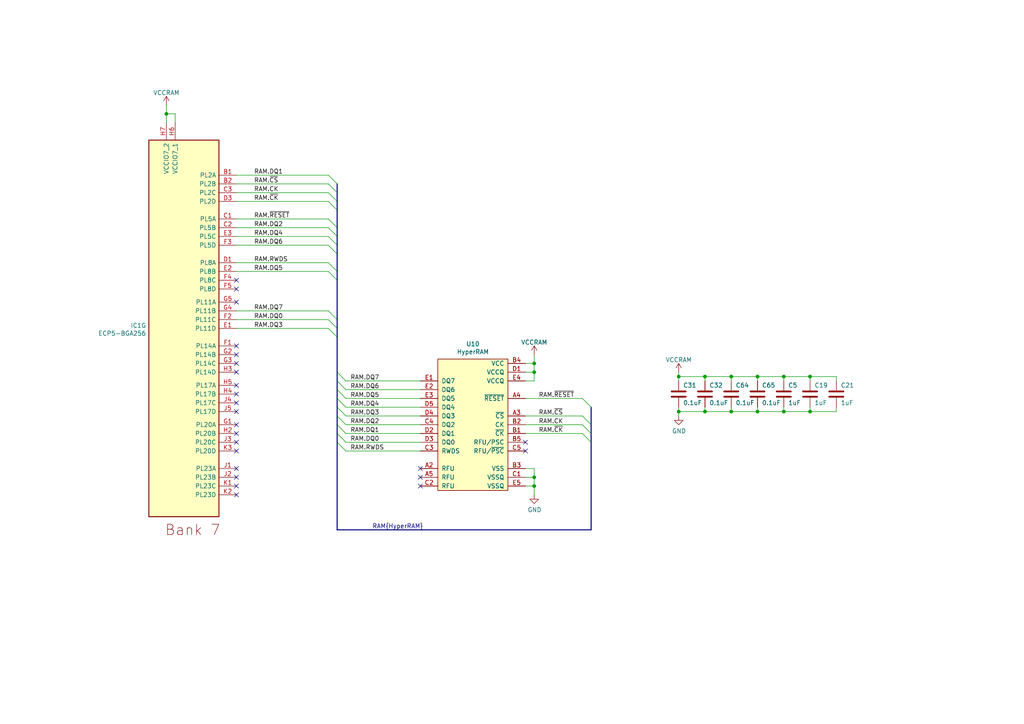
<source format=kicad_sch>
(kicad_sch (version 20211123) (generator eeschema)
  (paper "A4")
  (title_block (title "Cynthion") (date "${DATE}") (rev "${VERSION}") (company "Copyright 2019-2023 Great Scott Gadgets") (comment 1 "Licensed under the CERN-OHL-P v2"))
  (lib_symbols
    (symbol "Device:C" (pin_numbers hide) (pin_names (offset 0.254))
      (property "Reference" "C" (at 0.635 2.54 0))
      (property "Value" "C" (at 0.635 -2.54 0))
      (symbol "C_0_1"
        (polyline (pts (xy -2.032 -0.762) (xy 2.032 -0.762)) (stroke (width 0.508)))
        (polyline (pts (xy -2.032 0.762) (xy 2.032 0.762)) (stroke (width 0.508)))
      )
      (symbol "C_1_1"
        (pin passive line (at 0 3.81 270) (length 2.794) (name "~") (number "1"))
        (pin passive line (at 0 -3.81 90) (length 2.794) (name "~") (number "2"))
      )
    )
    (symbol "fpgas_and_processors:ECP5-BGA256" (pin_names (offset 0.762))
      (property "Reference" "IC" (at -2.54 1.27 0))
      (property "Value" "ECP5-BGA256" (at 10.16 1.27 0))
      (symbol "ECP5-BGA256_1_0"
        (rectangle (start 5.08 0) (end 33.02 -71.12) (stroke (width 0.3048)) (fill (type background)))
      )
      (symbol "ECP5-BGA256_1_1"
        (text "FPGA Supplies" (at 19.05 -76.2 0) (effects (font (size 2.9972 2.9972))))
        (pin power_in line (at 38.1 -2.54 180) (length 5.08) (name "GND_1") (number "A1"))
        (pin power_in line (at 38.1 -5.08 180) (length 5.08) (name "GND_2") (number "A16"))
        (pin power_in line (at 38.1 -10.16 180) (length 5.08) (name "GND_4") (number "D15"))
        (pin power_in line (at 38.1 -7.62 180) (length 5.08) (name "GND_3") (number "D2"))
        (pin power_in line (at 38.1 -12.7 180) (length 5.08) (name "GND_5") (number "F8"))
        (pin power_in line (at 38.1 -15.24 180) (length 5.08) (name "GND_6") (number "F9"))
        (pin power_in line (at 38.1 -20.32 180) (length 5.08) (name "GND_8") (number "G10"))
        (pin power_in line (at 0 -66.04 0) (length 5.08) (name "VCCAUX_1") (number "G11"))
        (pin power_in line (at 0 -2.54 0) (length 5.08) (name "VCC_1") (number "G6"))
        (pin power_in line (at 0 -5.08 0) (length 5.08) (name "VCC_2") (number "G7"))
        (pin power_in line (at 38.1 -17.78 180) (length 5.08) (name "GND_7") (number "G8"))
        (pin power_in line (at 0 -7.62 0) (length 5.08) (name "VCC_3") (number "G9"))
        (pin power_in line (at 38.1 -22.86 180) (length 5.08) (name "GND_9") (number "H1"))
        (pin power_in line (at 38.1 -30.48 180) (length 5.08) (name "GND_12") (number "H10"))
        (pin power_in line (at 38.1 -33.02 180) (length 5.08) (name "GND_13") (number "H16"))
        (pin power_in line (at 38.1 -25.4 180) (length 5.08) (name "GND_10") (number "H8"))
        (pin power_in line (at 38.1 -27.94 180) (length 5.08) (name "GND_11") (number "H9"))
        (pin power_in line (at 38.1 -40.64 180) (length 5.08) (name "GND_16") (number "J10"))
        (pin power_in line (at 38.1 -35.56 180) (length 5.08) (name "GND_14") (number "J8"))
        (pin power_in line (at 38.1 -38.1 180) (length 5.08) (name "GND_15") (number "J9"))
        (pin power_in line (at 38.1 -53.34 180) (length 5.08) (name "GND_21") (number "K10"))
        (pin power_in line (at 38.1 -43.18 180) (length 5.08) (name "GND_17") (number "K6"))
        (pin power_in line (at 38.1 -45.72 180) (length 5.08) (name "GND_18") (number "K7"))
        (pin power_in line (at 38.1 -48.26 180) (length 5.08) (name "GND_19") (number "K8"))
        (pin power_in line (at 38.1 -50.8 180) (length 5.08) (name "GND_20") (number "K9"))
        (pin power_in line (at 0 -15.24 0) (length 5.08) (name "VCC_6") (number "L10"))
        (pin power_in line (at 0 -68.58 0) (length 5.08) (name "VCCAUX_2") (number "L7"))
        (pin power_in line (at 0 -10.16 0) (length 5.08) (name "VCC_4") (number "L8"))
        (pin power_in line (at 0 -12.7 0) (length 5.08) (name "VCC_5") (number "L9"))
        (pin power_in line (at 38.1 -58.42 180) (length 5.08) (name "GND_23") (number "N15"))
        (pin power_in line (at 38.1 -55.88 180) (length 5.08) (name "GND_22") (number "N2"))
        (pin power_in line (at 38.1 -60.96 180) (length 5.08) (name "GND_24") (number "T1"))
        (pin power_in line (at 38.1 -66.04 180) (length 5.08) (name "GND_26") (number "T12"))
        (pin power_in line (at 38.1 -68.58 180) (length 5.08) (name "GND_27") (number "T16"))
        (pin power_in line (at 38.1 -63.5 180) (length 5.08) (name "GND_25") (number "T5"))
      )
      (symbol "ECP5-BGA256_2_1"
        (rectangle (start 0 0) (end 19.05 -74.93) (stroke (width 0.3048)) (fill (type background)))
        (text "Bank 0" (at 10.16 -78.74 0) (effects (font (size 2.9972 2.9972))))
        (pin bidirectional line (at 24.13 -11.43 180) (length 5.08) (name "PT4A") (number "A2"))
        (pin bidirectional line (at 24.13 -16.51 180) (length 5.08) (name "PT6A") (number "A3"))
        (pin bidirectional line (at 24.13 -19.05 180) (length 5.08) (name "PT6B") (number "A4"))
        (pin bidirectional line (at 24.13 -43.18 180) (length 5.08) (name "PT18A") (number "A5"))
        (pin bidirectional line (at 24.13 -45.72 180) (length 5.08) (name "PT18B") (number "A6"))
        (pin bidirectional line (at 24.13 -68.58 180) (length 5.08) (name "PT29A") (number "A7"))
        (pin bidirectional line (at 24.13 -71.12 180) (length 5.08) (name "PT29B") (number "A8"))
        (pin bidirectional line (at 24.13 -13.97 180) (length 5.08) (name "PT4B") (number "B3"))
        (pin bidirectional line (at 24.13 -29.21 180) (length 5.08) (name "PT11B") (number "B4"))
        (pin bidirectional line (at 24.13 -39.37 180) (length 5.08) (name "PT15B") (number "B5"))
        (pin bidirectional line (at 24.13 -55.88 180) (length 5.08) (name "PT22B") (number "B6"))
        (pin bidirectional line (at 24.13 -66.04 180) (length 5.08) (name "PT27B") (number "B7"))
        (pin bidirectional line (at 24.13 -26.67 180) (length 5.08) (name "PT11A") (number "C4"))
        (pin bidirectional line (at 24.13 -36.83 180) (length 5.08) (name "PT15A") (number "C5"))
        (pin bidirectional line (at 24.13 -53.34 180) (length 5.08) (name "PT22A") (number "C6"))
        (pin bidirectional line (at 24.13 -63.5 180) (length 5.08) (name "PT27A") (number "C7"))
        (pin bidirectional line (at 24.13 -24.13 180) (length 5.08) (name "PT9B") (number "D4"))
        (pin bidirectional line (at 24.13 -34.29 180) (length 5.08) (name "PT13B") (number "D5"))
        (pin bidirectional line (at 24.13 -50.8 180) (length 5.08) (name "PT20B") (number "D6"))
        (pin bidirectional line (at 24.13 -60.96 180) (length 5.08) (name "PT24B") (number "D7"))
        (pin bidirectional line (at 24.13 -21.59 180) (length 5.08) (name "PT9A") (number "E4"))
        (pin bidirectional line (at 24.13 -31.75 180) (length 5.08) (name "PT13A") (number "E5"))
        (pin bidirectional line (at 24.13 -48.26 180) (length 5.08) (name "PT20A") (number "E6"))
        (pin bidirectional line (at 24.13 -58.42 180) (length 5.08) (name "PT24A") (number "E7"))
        (pin power_in line (at 7.62 5.08 270) (length 5.08) (name "VCCIO0_1") (number "F6"))
        (pin power_in line (at 5.08 5.08 270) (length 5.08) (name "VCCIO0_2") (number "F7"))
      )
      (symbol "ECP5-BGA256_3_0"
        (rectangle (start 0 0) (end 21.59 -93.98) (stroke (width 0.3048)) (fill (type background)))
      )
      (symbol "ECP5-BGA256_3_1"
        (text "Bank 1" (at 8.89 -96.52 0) (effects (font (size 2.9972 2.9972))))
        (pin bidirectional line (at 26.67 -34.29 180) (length 5.08) (name "PT42B") (number "A10"))
        (pin bidirectional line (at 26.67 -57.15 180) (length 5.08) (name "PT53A") (number "A11"))
        (pin bidirectional line (at 26.67 -59.69 180) (length 5.08) (name "PT53B") (number "A12"))
        (pin bidirectional line (at 26.67 -82.55 180) (length 5.08) (name "PT65A") (number "A13"))
        (pin bidirectional line (at 26.67 -85.09 180) (length 5.08) (name "PT65B") (number "A14"))
        (pin bidirectional line (at 26.67 -90.17 180) (length 5.08) (name "PT67B") (number "A15"))
        (pin bidirectional line (at 26.67 -31.75 180) (length 5.08) (name "PT42A") (number "A9"))
        (pin bidirectional line (at 26.67 -36.83 180) (length 5.08) (name "PT44A") (number "B10"))
        (pin bidirectional line (at 26.67 -46.99 180) (length 5.08) (name "PT49A") (number "B11"))
        (pin bidirectional line (at 26.67 -62.23 180) (length 5.08) (name "PT56A") (number "B12"))
        (pin bidirectional line (at 26.67 -72.39 180) (length 5.08) (name "PT60A") (number "B13"))
        (pin bidirectional line (at 26.67 -87.63 180) (length 5.08) (name "PT67A") (number "B14"))
        (pin bidirectional line (at 26.67 -19.05 180) (length 5.08) (name "PT35B") (number "B8"))
        (pin bidirectional line (at 26.67 -21.59 180) (length 5.08) (name "PT38A") (number "B9"))
        (pin bidirectional line (at 26.67 -39.37 180) (length 5.08) (name "PT44B") (number "C10"))
        (pin bidirectional line (at 26.67 -49.53 180) (length 5.08) (name "PT49B") (number "C11"))
        (pin bidirectional line (at 26.67 -64.77 180) (length 5.08) (name "PT56B") (number "C12"))
        (pin bidirectional line (at 26.67 -74.93 180) (length 5.08) (name "PT60B") (number "C13"))
        (pin bidirectional line (at 26.67 -16.51 180) (length 5.08) (name "PT35A") (number "C8"))
        (pin bidirectional line (at 26.67 -24.13 180) (length 5.08) (name "PT38B") (number "C9"))
        (pin bidirectional line (at 26.67 -41.91 180) (length 5.08) (name "PT47A") (number "D10"))
        (pin bidirectional line (at 26.67 -52.07 180) (length 5.08) (name "PT51A") (number "D11"))
        (pin bidirectional line (at 26.67 -67.31 180) (length 5.08) (name "PT58A") (number "D12"))
        (pin bidirectional line (at 26.67 -77.47 180) (length 5.08) (name "PT62A") (number "D13"))
        (pin bidirectional line (at 26.67 -13.97 180) (length 5.08) (name "PT33B") (number "D8"))
        (pin bidirectional line (at 26.67 -26.67 180) (length 5.08) (name "PT40A") (number "D9"))
        (pin bidirectional line (at 26.67 -44.45 180) (length 5.08) (name "PT47B") (number "E10"))
        (pin bidirectional line (at 26.67 -54.61 180) (length 5.08) (name "PT51B") (number "E11"))
        (pin bidirectional line (at 26.67 -69.85 180) (length 5.08) (name "PT58B") (number "E12"))
        (pin bidirectional line (at 26.67 -80.01 180) (length 5.08) (name "PT62B") (number "E13"))
        (pin bidirectional line (at 26.67 -11.43 180) (length 5.08) (name "PT33A") (number "E8"))
        (pin bidirectional line (at 26.67 -29.21 180) (length 5.08) (name "PT40B") (number "E9"))
        (pin power_in line (at 6.35 5.08 270) (length 5.08) (name "VCCIO1_1") (number "F10"))
        (pin power_in line (at 3.81 5.08 270) (length 5.08) (name "VCCIO1_2") (number "F11"))
      )
      (symbol "ECP5-BGA256_4_1"
        (rectangle (start 0 0) (end 19.05 -93.98) (stroke (width 0.3048)) (fill (type background)))
        (text "Bank 2" (at 10.16 -97.79 0) (effects (font (size 2.9972 2.9972))))
        (pin bidirectional line (at 24.13 -13.97 180) (length 5.08) (name "PR2B") (number "B15"))
        (pin bidirectional line (at 24.13 -11.43 180) (length 5.08) (name "PR2A") (number "B16"))
        (pin bidirectional line (at 24.13 -16.51 180) (length 5.08) (name "PR2C") (number "C14"))
        (pin bidirectional line (at 24.13 -24.13 180) (length 5.08) (name "PR5B") (number "C15"))
        (pin bidirectional line (at 24.13 -21.59 180) (length 5.08) (name "PR5A") (number "C16"))
        (pin bidirectional line (at 24.13 -19.05 180) (length 5.08) (name "PR2D") (number "D14"))
        (pin bidirectional line (at 24.13 -31.75 180) (length 5.08) (name "PR8A") (number "D16"))
        (pin bidirectional line (at 24.13 -26.67 180) (length 5.08) (name "PR5C") (number "E14"))
        (pin bidirectional line (at 24.13 -34.29 180) (length 5.08) (name "PR8B") (number "E15"))
        (pin bidirectional line (at 24.13 -49.53 180) (length 5.08) (name "PR11D") (number "E16"))
        (pin bidirectional line (at 24.13 -39.37 180) (length 5.08) (name "PR8D") (number "F12"))
        (pin bidirectional line (at 24.13 -36.83 180) (length 5.08) (name "PR8C") (number "F13"))
        (pin bidirectional line (at 24.13 -29.21 180) (length 5.08) (name "PR5D") (number "F14"))
        (pin bidirectional line (at 24.13 -46.99 180) (length 5.08) (name "PR11C") (number "F15"))
        (pin bidirectional line (at 24.13 -52.07 180) (length 5.08) (name "PR14A") (number "F16"))
        (pin bidirectional line (at 24.13 -41.91 180) (length 5.08) (name "PR11A") (number "G12"))
        (pin bidirectional line (at 24.13 -44.45 180) (length 5.08) (name "PR11B") (number "G13"))
        (pin bidirectional line (at 24.13 -57.15 180) (length 5.08) (name "PR14C") (number "G14"))
        (pin bidirectional line (at 24.13 -54.61 180) (length 5.08) (name "PR14B") (number "G15"))
        (pin bidirectional line (at 24.13 -72.39 180) (length 5.08) (name "PR20A") (number "G16"))
        (pin power_in line (at 3.81 5.08 270) (length 5.08) (name "VCCIO2_1") (number "H11"))
        (pin bidirectional line (at 24.13 -62.23 180) (length 5.08) (name "PR17A") (number "H12"))
        (pin bidirectional line (at 24.13 -64.77 180) (length 5.08) (name "PR17B") (number "H13"))
        (pin bidirectional line (at 24.13 -59.69 180) (length 5.08) (name "PR14D") (number "H14"))
        (pin bidirectional line (at 24.13 -74.93 180) (length 5.08) (name "PR20B") (number "H15"))
        (pin power_in line (at 6.35 5.08 270) (length 5.08) (name "VCCIO2_2") (number "J11"))
        (pin bidirectional line (at 24.13 -69.85 180) (length 5.08) (name "PR17D") (number "J12"))
        (pin bidirectional line (at 24.13 -67.31 180) (length 5.08) (name "PR17C") (number "J13"))
        (pin bidirectional line (at 24.13 -77.47 180) (length 5.08) (name "PR20C") (number "J14"))
        (pin bidirectional line (at 24.13 -85.09 180) (length 5.08) (name "PR23B") (number "J15"))
        (pin bidirectional line (at 24.13 -82.55 180) (length 5.08) (name "PR23A") (number "J16"))
        (pin bidirectional line (at 24.13 -80.01 180) (length 5.08) (name "PR20D") (number "K14"))
        (pin bidirectional line (at 24.13 -90.17 180) (length 5.08) (name "PR23D") (number "K15"))
        (pin bidirectional line (at 24.13 -87.63 180) (length 5.08) (name "PR23C") (number "K16"))
      )
      (symbol "ECP5-BGA256_5_0"
        (rectangle (start 0 0) (end 20.32 -91.44) (stroke (width 0.3048)) (fill (type background)))
      )
      (symbol "ECP5-BGA256_5_1"
        (text "Bank 3" (at 15.24 -96.52 0) (effects (font (size 2.9972 2.9972))))
        (pin power_in line (at 3.81 5.08 270) (length 5.08) (name "VCCIO3_1") (number "K11"))
        (pin bidirectional line (at 25.4 -22.86 180) (length 5.08) (name "PR29B") (number "K12"))
        (pin bidirectional line (at 25.4 -20.32 180) (length 5.08) (name "PR29A") (number "K13"))
        (pin power_in line (at 6.35 5.08 270) (length 5.08) (name "VCCIO3_2") (number "L11"))
        (pin bidirectional line (at 25.4 -27.94 180) (length 5.08) (name "PR29D") (number "L12"))
        (pin bidirectional line (at 25.4 -25.4 180) (length 5.08) (name "PR29C") (number "L13"))
        (pin bidirectional line (at 25.4 -35.56 180) (length 5.08) (name "PR32C") (number "L14"))
        (pin bidirectional line (at 25.4 -12.7 180) (length 5.08) (name "PR26B") (number "L15"))
        (pin bidirectional line (at 25.4 -10.16 180) (length 5.08) (name "PR26A") (number "L16"))
        (pin bidirectional line (at 25.4 -81.28 180) (length 5.08) (name "PR47A") (number "M11"))
        (pin bidirectional line (at 25.4 -76.2 180) (length 5.08) (name "PR44C") (number "M12"))
        (pin bidirectional line (at 25.4 -45.72 180) (length 5.08) (name "PR35C") (number "M13"))
        (pin bidirectional line (at 25.4 -38.1 180) (length 5.08) (name "PR32D") (number "M14"))
        (pin bidirectional line (at 25.4 -17.78 180) (length 5.08) (name "PR26D") (number "M15"))
        (pin bidirectional line (at 25.4 -15.24 180) (length 5.08) (name "PR26C") (number "M16"))
        (pin bidirectional line (at 25.4 -83.82 180) (length 5.08) (name "PR47B") (number "N11"))
        (pin bidirectional line (at 25.4 -78.74 180) (length 5.08) (name "PR44D") (number "N12"))
        (pin bidirectional line (at 25.4 -50.8 180) (length 5.08) (name "PR38A") (number "N13"))
        (pin bidirectional line (at 25.4 -48.26 180) (length 5.08) (name "PR35D") (number "N14"))
        (pin bidirectional line (at 25.4 -30.48 180) (length 5.08) (name "PR32A") (number "N16"))
        (pin bidirectional line (at 25.4 -86.36 180) (length 5.08) (name "PR47C") (number "P11"))
        (pin bidirectional line (at 25.4 -88.9 180) (length 5.08) (name "PR47D") (number "P12"))
        (pin bidirectional line (at 25.4 -60.96 180) (length 5.08) (name "PR41A") (number "P13"))
        (pin bidirectional line (at 25.4 -53.34 180) (length 5.08) (name "PR38B") (number "P14"))
        (pin bidirectional line (at 25.4 -33.02 180) (length 5.08) (name "PR32B") (number "P15"))
        (pin bidirectional line (at 25.4 -40.64 180) (length 5.08) (name "PR35A") (number "P16"))
        (pin bidirectional line (at 25.4 -71.12 180) (length 5.08) (name "PR44A") (number "R12"))
        (pin bidirectional line (at 25.4 -66.04 180) (length 5.08) (name "PR41C") (number "R13"))
        (pin bidirectional line (at 25.4 -63.5 180) (length 5.08) (name "PR41B") (number "R14"))
        (pin bidirectional line (at 25.4 -55.88 180) (length 5.08) (name "PR38C") (number "R15"))
        (pin bidirectional line (at 25.4 -43.18 180) (length 5.08) (name "PR35B") (number "R16"))
        (pin bidirectional line (at 25.4 -73.66 180) (length 5.08) (name "PR44B") (number "T13"))
        (pin bidirectional line (at 25.4 -68.58 180) (length 5.08) (name "PR41D") (number "T14"))
        (pin bidirectional line (at 25.4 -58.42 180) (length 5.08) (name "PR38D") (number "T15"))
      )
      (symbol "ECP5-BGA256_6_1"
        (rectangle (start 0 0) (end 19.05 -106.68) (stroke (width 0.3048)) (fill (type background)))
        (text "Bank 6" (at 11.43 -110.49 0) (effects (font (size 2.9972 2.9972))))
        (pin power_in line (at 3.81 5.08 270) (length 5.08) (name "VCCIO6_1") (number "J6"))
        (pin power_in line (at 6.35 5.08 270) (length 5.08) (name "VCCIO6_2") (number "J7"))
        (pin bidirectional line (at 24.13 -25.4 180) (length 5.08) (name "PL29A") (number "K4"))
        (pin bidirectional line (at 24.13 -27.94 180) (length 5.08) (name "PL29B") (number "K5"))
        (pin bidirectional line (at 24.13 -13.97 180) (length 5.08) (name "PL26A") (number "L1"))
        (pin bidirectional line (at 24.13 -16.51 180) (length 5.08) (name "PL26B") (number "L2"))
        (pin bidirectional line (at 24.13 -41.91 180) (length 5.08) (name "PL32C") (number "L3"))
        (pin bidirectional line (at 24.13 -30.48 180) (length 5.08) (name "PL29C") (number "L4"))
        (pin bidirectional line (at 24.13 -33.02 180) (length 5.08) (name "PL29D") (number "L5"))
        (pin bidirectional line (at 24.13 -19.05 180) (length 5.08) (name "PL26C") (number "M1"))
        (pin bidirectional line (at 24.13 -21.59 180) (length 5.08) (name "PL26D") (number "M2"))
        (pin bidirectional line (at 24.13 -44.45 180) (length 5.08) (name "PL32D") (number "M3"))
        (pin bidirectional line (at 24.13 -53.34 180) (length 5.08) (name "PL35C") (number "M4"))
        (pin bidirectional line (at 24.13 -78.74 180) (length 5.08) (name "PL44C") (number "M5"))
        (pin bidirectional line (at 24.13 -96.52 180) (length 5.08) (name "PL47A") (number "M6"))
        (pin bidirectional line (at 24.13 -36.83 180) (length 5.08) (name "PL32A") (number "N1"))
        (pin bidirectional line (at 24.13 -55.88 180) (length 5.08) (name "PL35D") (number "N3"))
        (pin bidirectional line (at 24.13 -60.96 180) (length 5.08) (name "PL38A") (number "N4"))
        (pin bidirectional line (at 24.13 -81.28 180) (length 5.08) (name "PL44D") (number "N5"))
        (pin bidirectional line (at 24.13 -99.06 180) (length 5.08) (name "PL47B") (number "N6"))
        (pin bidirectional line (at 24.13 -48.26 180) (length 5.08) (name "PL35A") (number "P1"))
        (pin bidirectional line (at 24.13 -39.37 180) (length 5.08) (name "PL32B") (number "P2"))
        (pin bidirectional line (at 24.13 -63.5 180) (length 5.08) (name "PL38B") (number "P3"))
        (pin bidirectional line (at 24.13 -85.09 180) (length 5.08) (name "PL41A") (number "P4"))
        (pin bidirectional line (at 24.13 -101.6 180) (length 5.08) (name "PL47D") (number "P5"))
        (pin bidirectional line (at 24.13 -104.14 180) (length 5.08) (name "PL47C") (number "P6"))
        (pin bidirectional line (at 24.13 -50.8 180) (length 5.08) (name "PL35B") (number "R1"))
        (pin bidirectional line (at 24.13 -66.04 180) (length 5.08) (name "PL38C") (number "R2"))
        (pin bidirectional line (at 24.13 -87.63 180) (length 5.08) (name "PL41B") (number "R3"))
        (pin bidirectional line (at 24.13 -90.17 180) (length 5.08) (name "PL41C") (number "R4"))
        (pin bidirectional line (at 24.13 -73.66 180) (length 5.08) (name "PL44A") (number "R5"))
        (pin bidirectional line (at 24.13 -68.58 180) (length 5.08) (name "PL38D") (number "T2"))
        (pin bidirectional line (at 24.13 -92.71 180) (length 5.08) (name "PL41D") (number "T3"))
        (pin bidirectional line (at 24.13 -76.2 180) (length 5.08) (name "PL44B") (number "T4"))
      )
      (symbol "ECP5-BGA256_7_1"
        (rectangle (start 0 0) (end 20.32 -109.22) (stroke (width 0.3048)) (fill (type background)))
        (text "Bank 7" (at 12.7 -113.03 0) (effects (font (size 2.9972 2.9972))))
        (pin bidirectional line (at 25.4 -10.16 180) (length 5.08) (name "PL2A") (number "B1"))
        (pin bidirectional line (at 25.4 -12.7 180) (length 5.08) (name "PL2B") (number "B2"))
        (pin bidirectional line (at 25.4 -22.86 180) (length 5.08) (name "PL5A") (number "C1"))
        (pin bidirectional line (at 25.4 -25.4 180) (length 5.08) (name "PL5B") (number "C2"))
        (pin bidirectional line (at 25.4 -15.24 180) (length 5.08) (name "PL2C") (number "C3"))
        (pin bidirectional line (at 25.4 -35.56 180) (length 5.08) (name "PL8A") (number "D1"))
        (pin bidirectional line (at 25.4 -17.78 180) (length 5.08) (name "PL2D") (number "D3"))
        (pin bidirectional line (at 25.4 -54.61 180) (length 5.08) (name "PL11D") (number "E1"))
        (pin bidirectional line (at 25.4 -38.1 180) (length 5.08) (name "PL8B") (number "E2"))
        (pin bidirectional line (at 25.4 -27.94 180) (length 5.08) (name "PL5C") (number "E3"))
        (pin bidirectional line (at 25.4 -59.69 180) (length 5.08) (name "PL14A") (number "F1"))
        (pin bidirectional line (at 25.4 -52.07 180) (length 5.08) (name "PL11C") (number "F2"))
        (pin bidirectional line (at 25.4 -30.48 180) (length 5.08) (name "PL5D") (number "F3"))
        (pin bidirectional line (at 25.4 -40.64 180) (length 5.08) (name "PL8C") (number "F4"))
        (pin bidirectional line (at 25.4 -43.18 180) (length 5.08) (name "PL8D") (number "F5"))
        (pin bidirectional line (at 25.4 -82.55 180) (length 5.08) (name "PL20A") (number "G1"))
        (pin bidirectional line (at 25.4 -62.23 180) (length 5.08) (name "PL14B") (number "G2"))
        (pin bidirectional line (at 25.4 -64.77 180) (length 5.08) (name "PL14C") (number "G3"))
        (pin bidirectional line (at 25.4 -49.53 180) (length 5.08) (name "PL11B") (number "G4"))
        (pin bidirectional line (at 25.4 -46.99 180) (length 5.08) (name "PL11A") (number "G5"))
        (pin bidirectional line (at 25.4 -85.09 180) (length 5.08) (name "PL20B") (number "H2"))
        (pin bidirectional line (at 25.4 -67.31 180) (length 5.08) (name "PL14D") (number "H3"))
        (pin bidirectional line (at 25.4 -73.66 180) (length 5.08) (name "PL17B") (number "H4"))
        (pin bidirectional line (at 25.4 -71.12 180) (length 5.08) (name "PL17A") (number "H5"))
        (pin power_in line (at 7.62 5.08 270) (length 5.08) (name "VCCIO7_1") (number "H6"))
        (pin power_in line (at 5.08 5.08 270) (length 5.08) (name "VCCIO7_2") (number "H7"))
        (pin bidirectional line (at 25.4 -95.25 180) (length 5.08) (name "PL23A") (number "J1"))
        (pin bidirectional line (at 25.4 -97.79 180) (length 5.08) (name "PL23B") (number "J2"))
        (pin bidirectional line (at 25.4 -87.63 180) (length 5.08) (name "PL20C") (number "J3"))
        (pin bidirectional line (at 25.4 -76.2 180) (length 5.08) (name "PL17C") (number "J4"))
        (pin bidirectional line (at 25.4 -78.74 180) (length 5.08) (name "PL17D") (number "J5"))
        (pin bidirectional line (at 25.4 -100.33 180) (length 5.08) (name "PL23C") (number "K1"))
        (pin bidirectional line (at 25.4 -102.87 180) (length 5.08) (name "PL23D") (number "K2"))
        (pin bidirectional line (at 25.4 -90.17 180) (length 5.08) (name "PL20D") (number "K3"))
      )
      (symbol "ECP5-BGA256_8_0"
        (text "(Config)" (at 13.97 -97.79 0) (effects (font (size 2.9972 2.9972))))
        (text "Bank 8" (at 13.97 -92.71 0) (effects (font (size 2.9972 2.9972))))
      )
      (symbol "ECP5-BGA256_8_1"
        (rectangle (start 0 0) (end 21.59 -88.9) (stroke (width 0.3048)) (fill (type background)))
        (pin power_in line (at 5.08 5.08 270) (length 5.08) (name "VCCIO8") (number "L6"))
        (pin output line (at 26.67 -57.15 180) (length 5.08) (name "TDO") (number "M10"))
        (pin bidirectional line (at 26.67 -24.13 180) (length 5.08) (name "D2/PB9B") (number "M7"))
        (pin bidirectional line (at 26.67 -39.37 180) (length 5.08) (name "DOUT/CSON/PB15B") (number "M8"))
        (pin bidirectional line (at 26.67 -41.91 180) (length 5.08) (name "WRITEEN/PB18A") (number "M9"))
        (pin input line (at 26.67 -68.58 180) (length 5.08) (name "CFG_0") (number "N10"))
        (pin bidirectional line (at 26.67 -21.59 180) (length 5.08) (name "D3/PB9A") (number "N7"))
        (pin bidirectional line (at 26.67 -36.83 180) (length 5.08) (name "HOLDN/DI/PB15A") (number "N8"))
        (pin bidirectional line (at 26.67 -63.5 180) (length 5.08) (name "MCLK/SCLK/CCLK") (number "N9"))
        (pin input line (at 26.67 -71.12 180) (length 5.08) (name "CFG_1") (number "P10"))
        (pin bidirectional line (at 26.67 -19.05 180) (length 5.08) (name "D4/PICO2/PB6B") (number "P7"))
        (pin bidirectional line (at 26.67 -34.29 180) (length 5.08) (name "CS1N/PB13B") (number "P8"))
        (pin bidirectional line (at 26.67 -80.01 180) (length 5.08) (name "DONE") (number "P9"))
        (pin input line (at 26.67 -73.66 180) (length 5.08) (name "CFG_2") (number "R10"))
        (pin input line (at 26.67 -54.61 180) (length 5.08) (name "TDI") (number "R11"))
        (pin bidirectional line (at 26.67 -13.97 180) (length 5.08) (name "D6/PB4B") (number "R6"))
        (pin bidirectional line (at 26.67 -16.51 180) (length 5.08) (name "D5/POCI2/PB6A") (number "R7"))
        (pin bidirectional line (at 26.67 -31.75 180) (length 5.08) (name "SN/CSN/PB13A") (number "R8"))
        (pin bidirectional line (at 26.67 -85.09 180) (length 5.08) (name "PROGRAMN") (number "R9"))
        (pin input line (at 26.67 -52.07 180) (length 5.08) (name "TCK") (number "T10"))
        (pin input line (at 26.67 -49.53 180) (length 5.08) (name "TMS") (number "T11"))
        (pin bidirectional line (at 26.67 -11.43 180) (length 5.08) (name "D7/PB4A") (number "T6"))
        (pin bidirectional line (at 26.67 -26.67 180) (length 5.08) (name "D1/POCI/PB11A") (number "T7"))
        (pin bidirectional line (at 26.67 -29.21 180) (length 5.08) (name "D0/PICO/PB11B") (number "T8"))
        (pin bidirectional line (at 26.67 -82.55 180) (length 5.08) (name "INITN") (number "T9"))
      )
    )
    (symbol "power:GND" (power) (pin_names (offset 0))
      (property "Value" "GND" (at 0 -3.81 0))
      (symbol "GND_0_1"
        (polyline (pts (xy 0 0) (xy 0 -1.27) (xy 1.27 -1.27) (xy 0 -2.54) (xy -1.27 -1.27) (xy 0 -1.27)))
      )
      (symbol "GND_1_1"
        (pin power_in line (at 0 0 270) (length 0) hide (name "GND") (number "1"))
      )
    )
    (symbol "support_hardware:S27KS0641" (pin_names (offset 1.016))
      (property "Reference" "U" (at 0 20.32 0))
      (property "Value" "S27KS0641" (at 0 -20.32 0))
      (symbol "S27KS0641_0_1"
        (rectangle (start -10.16 19.05) (end 10.16 -19.05) (stroke (width 0.2032)) (fill (type background)))
      )
      (symbol "S27KS0641_1_1"
        (pin passive line (at 15.24 -12.7 180) (length 5.08) (name "RFU") (number "A2"))
        (pin input line (at -15.24 2.54 0) (length 5.08) (name "~{CS}") (number "A3"))
        (pin input line (at -15.24 7.62 0) (length 5.08) (name "~{RESET}") (number "A4"))
        (pin passive line (at 15.24 -15.24 180) (length 5.08) (name "RFU") (number "A5"))
        (pin input line (at -15.24 -2.54 0) (length 5.08) (name "~{CK}") (number "B1"))
        (pin input line (at -15.24 0 0) (length 5.08) (name "CK") (number "B2"))
        (pin power_in line (at -15.24 -12.7 0) (length 5.08) (name "VSS") (number "B3"))
        (pin power_in line (at -15.24 17.78 0) (length 5.08) (name "VCC") (number "B4"))
        (pin input line (at -15.24 -5.08 0) (length 5.08) (name "RFU/PSC") (number "B5"))
        (pin power_in line (at -15.24 -15.24 0) (length 5.08) (name "VSSQ") (number "C1"))
        (pin passive line (at 15.24 -17.78 180) (length 5.08) (name "RFU") (number "C2"))
        (pin bidirectional line (at 15.24 -7.62 180) (length 5.08) (name "RWDS") (number "C3"))
        (pin bidirectional line (at 15.24 0 180) (length 5.08) (name "DQ2") (number "C4"))
        (pin input line (at -15.24 -7.62 0) (length 5.08) (name "RFU/~{PSC}") (number "C5"))
        (pin power_in line (at -15.24 15.24 0) (length 5.08) (name "VCCQ") (number "D1"))
        (pin bidirectional line (at 15.24 -2.54 180) (length 5.08) (name "DQ1") (number "D2"))
        (pin bidirectional line (at 15.24 -5.08 180) (length 5.08) (name "DQ0") (number "D3"))
        (pin bidirectional line (at 15.24 2.54 180) (length 5.08) (name "DQ3") (number "D4"))
        (pin bidirectional line (at 15.24 5.08 180) (length 5.08) (name "DQ4") (number "D5"))
        (pin bidirectional line (at 15.24 12.7 180) (length 5.08) (name "DQ7") (number "E1"))
        (pin bidirectional line (at 15.24 10.16 180) (length 5.08) (name "DQ6") (number "E2"))
        (pin bidirectional line (at 15.24 7.62 180) (length 5.08) (name "DQ5") (number "E3"))
        (pin power_in line (at -15.24 12.7 0) (length 5.08) (name "VCCQ") (number "E4"))
        (pin power_in line (at -15.24 -17.78 0) (length 5.08) (name "VSSQ") (number "E5"))
      )
    )
    (symbol "support_hardware:VCCRAM" (power) (pin_names (offset 0))
      (property "Value" "VCCRAM" (at 0 3.81 0))
      (symbol "VCCRAM_0_1"
        (polyline (pts (xy -0.762 1.27) (xy 0 2.54)))
        (polyline (pts (xy 0 0) (xy 0 2.54)))
        (polyline (pts (xy 0 2.54) (xy 0.762 1.27)))
      )
      (symbol "VCCRAM_1_1"
        (pin power_in line (at 0 0 90) (length 0) hide (name "VCCRAM") (number "1"))
      )
    )
  )
  (bus_alias "HyperRAM" (members "DQ[0..7]" "CK" "~{CK}" "~{CS}" "RWDS" "~{RESET}"))
  (junction (at 234.95 119.38))
  (junction (at 196.85 109.22))
  (junction (at 154.94 138.43))
  (junction (at 212.09 119.38))
  (junction (at 234.95 109.22))
  (junction (at 219.71 119.38))
  (junction (at 212.09 109.22))
  (junction (at 204.47 119.38))
  (junction (at 154.94 140.97))
  (junction (at 48.26 33.02))
  (junction (at 219.71 109.22))
  (junction (at 154.94 105.41))
  (junction (at 154.94 107.95))
  (junction (at 227.33 119.38))
  (junction (at 196.85 119.38))
  (junction (at 227.33 109.22))
  (junction (at 204.47 109.22))
  (no_connect (at 68.58 119.38))
  (no_connect (at 68.58 107.95))
  (no_connect (at 68.58 135.89))
  (no_connect (at 68.58 123.19))
  (no_connect (at 68.58 128.27))
  (no_connect (at 152.4 128.27))
  (no_connect (at 152.4 130.81))
  (no_connect (at 68.58 130.81))
  (no_connect (at 68.58 87.63))
  (no_connect (at 68.58 105.41))
  (no_connect (at 68.58 102.87))
  (no_connect (at 121.92 140.97))
  (no_connect (at 68.58 100.33))
  (no_connect (at 68.58 138.43))
  (no_connect (at 68.58 143.51))
  (no_connect (at 68.58 81.28))
  (no_connect (at 68.58 125.73))
  (no_connect (at 68.58 114.3))
  (no_connect (at 68.58 111.76))
  (no_connect (at 68.58 140.97))
  (no_connect (at 121.92 135.89))
  (no_connect (at 68.58 116.84))
  (no_connect (at 121.92 138.43))
  (no_connect (at 68.58 83.82))
  (bus_entry (at 95.25 95.25) (size 2.54 2.54))
  (bus_entry (at 97.79 118.11) (size 2.54 2.54))
  (bus_entry (at 97.79 107.95) (size 2.54 2.54))
  (bus_entry (at 95.25 50.8) (size 2.54 2.54))
  (bus_entry (at 168.91 115.57) (size 2.54 2.54))
  (bus_entry (at 97.79 110.49) (size 2.54 2.54))
  (bus_entry (at 95.25 68.58) (size 2.54 2.54))
  (bus_entry (at 97.79 123.19) (size 2.54 2.54))
  (bus_entry (at 95.25 58.42) (size 2.54 2.54))
  (bus_entry (at 95.25 78.74) (size 2.54 2.54))
  (bus_entry (at 97.79 125.73) (size 2.54 2.54))
  (bus_entry (at 97.79 120.65) (size 2.54 2.54))
  (bus_entry (at 95.25 76.2) (size 2.54 2.54))
  (bus_entry (at 97.79 128.27) (size 2.54 2.54))
  (bus_entry (at 168.91 120.65) (size 2.54 2.54))
  (bus_entry (at 95.25 92.71) (size 2.54 2.54))
  (bus_entry (at 95.25 55.88) (size 2.54 2.54))
  (bus_entry (at 95.25 66.04) (size 2.54 2.54))
  (bus_entry (at 97.79 115.57) (size 2.54 2.54))
  (bus_entry (at 95.25 90.17) (size 2.54 2.54))
  (bus_entry (at 95.25 71.12) (size 2.54 2.54))
  (bus_entry (at 168.91 123.19) (size 2.54 2.54))
  (bus_entry (at 95.25 53.34) (size 2.54 2.54))
  (bus_entry (at 95.25 63.5) (size 2.54 2.54))
  (bus_entry (at 97.79 113.03) (size 2.54 2.54))
  (bus_entry (at 168.91 125.73) (size 2.54 2.54))
  (wire (pts (xy 68.58 76.2) (xy 95.25 76.2)))
  (bus (pts (xy 97.79 118.11) (xy 97.79 120.65)))
  (wire (pts (xy 68.58 53.34) (xy 95.25 53.34)))
  (bus (pts (xy 171.45 128.27) (xy 171.45 153.67)))
  (wire (pts (xy 68.58 92.71) (xy 95.25 92.71)))
  (wire (pts (xy 196.85 107.95) (xy 196.85 109.22)))
  (wire (pts (xy 196.85 119.38) (xy 196.85 120.65)))
  (wire (pts (xy 152.4 115.57) (xy 168.91 115.57)))
  (wire (pts (xy 68.58 71.12) (xy 95.25 71.12)))
  (wire (pts (xy 212.09 109.22) (xy 219.71 109.22)))
  (wire (pts (xy 227.33 118.11) (xy 227.33 119.38)))
  (wire (pts (xy 234.95 118.11) (xy 234.95 119.38)))
  (wire (pts (xy 68.58 95.25) (xy 95.25 95.25)))
  (bus (pts (xy 97.79 153.67) (xy 171.45 153.67)))
  (bus (pts (xy 97.79 123.19) (xy 97.79 125.73)))
  (bus (pts (xy 97.79 92.71) (xy 97.79 95.25)))
  (wire (pts (xy 154.94 107.95) (xy 154.94 110.49)))
  (bus (pts (xy 97.79 107.95) (xy 97.79 110.49)))
  (bus (pts (xy 97.79 95.25) (xy 97.79 97.79)))
  (bus (pts (xy 97.79 97.79) (xy 97.79 107.95)))
  (wire (pts (xy 68.58 63.5) (xy 95.25 63.5)))
  (wire (pts (xy 154.94 105.41) (xy 154.94 107.95)))
  (wire (pts (xy 154.94 138.43) (xy 154.94 140.97)))
  (wire (pts (xy 152.4 120.65) (xy 168.91 120.65)))
  (wire (pts (xy 227.33 109.22) (xy 234.95 109.22)))
  (wire (pts (xy 121.92 118.11) (xy 100.33 118.11)))
  (wire (pts (xy 204.47 109.22) (xy 204.47 110.49)))
  (wire (pts (xy 68.58 58.42) (xy 95.25 58.42)))
  (bus (pts (xy 171.45 123.19) (xy 171.45 125.73)))
  (wire (pts (xy 152.4 105.41) (xy 154.94 105.41)))
  (wire (pts (xy 196.85 109.22) (xy 196.85 110.49)))
  (wire (pts (xy 219.71 119.38) (xy 212.09 119.38)))
  (wire (pts (xy 121.92 123.19) (xy 100.33 123.19)))
  (wire (pts (xy 196.85 109.22) (xy 204.47 109.22)))
  (bus (pts (xy 97.79 113.03) (xy 97.79 115.57)))
  (wire (pts (xy 219.71 118.11) (xy 219.71 119.38)))
  (wire (pts (xy 196.85 119.38) (xy 204.47 119.38)))
  (wire (pts (xy 219.71 109.22) (xy 227.33 109.22)))
  (wire (pts (xy 154.94 105.41) (xy 154.94 102.87)))
  (wire (pts (xy 152.4 135.89) (xy 154.94 135.89)))
  (bus (pts (xy 97.79 60.96) (xy 97.79 66.04)))
  (bus (pts (xy 97.79 81.28) (xy 97.79 92.71)))
  (wire (pts (xy 152.4 123.19) (xy 168.91 123.19)))
  (wire (pts (xy 152.4 107.95) (xy 154.94 107.95)))
  (wire (pts (xy 227.33 110.49) (xy 227.33 109.22)))
  (wire (pts (xy 68.58 66.04) (xy 95.25 66.04)))
  (wire (pts (xy 234.95 110.49) (xy 234.95 109.22)))
  (wire (pts (xy 154.94 140.97) (xy 154.94 143.51)))
  (bus (pts (xy 97.79 55.88) (xy 97.79 58.42)))
  (bus (pts (xy 97.79 125.73) (xy 97.79 128.27)))
  (wire (pts (xy 121.92 130.81) (xy 100.33 130.81)))
  (bus (pts (xy 97.79 73.66) (xy 97.79 78.74)))
  (wire (pts (xy 100.33 113.03) (xy 121.92 113.03)))
  (wire (pts (xy 219.71 109.22) (xy 219.71 110.49)))
  (wire (pts (xy 121.92 128.27) (xy 100.33 128.27)))
  (bus (pts (xy 97.79 115.57) (xy 97.79 118.11)))
  (bus (pts (xy 97.79 68.58) (xy 97.79 71.12)))
  (wire (pts (xy 121.92 115.57) (xy 100.33 115.57)))
  (wire (pts (xy 48.26 33.02) (xy 48.26 30.48)))
  (wire (pts (xy 204.47 119.38) (xy 204.47 118.11)))
  (wire (pts (xy 212.09 119.38) (xy 212.09 118.11)))
  (wire (pts (xy 154.94 140.97) (xy 152.4 140.97)))
  (wire (pts (xy 68.58 55.88) (xy 95.25 55.88)))
  (wire (pts (xy 234.95 109.22) (xy 242.57 109.22)))
  (wire (pts (xy 242.57 118.11) (xy 242.57 119.38)))
  (wire (pts (xy 242.57 109.22) (xy 242.57 110.49)))
  (wire (pts (xy 196.85 118.11) (xy 196.85 119.38)))
  (wire (pts (xy 212.09 109.22) (xy 212.09 110.49)))
  (wire (pts (xy 68.58 78.74) (xy 95.25 78.74)))
  (wire (pts (xy 204.47 119.38) (xy 212.09 119.38)))
  (wire (pts (xy 68.58 68.58) (xy 95.25 68.58)))
  (wire (pts (xy 121.92 110.49) (xy 100.33 110.49)))
  (wire (pts (xy 68.58 50.8) (xy 95.25 50.8)))
  (wire (pts (xy 204.47 109.22) (xy 212.09 109.22)))
  (wire (pts (xy 152.4 138.43) (xy 154.94 138.43)))
  (wire (pts (xy 50.8 33.02) (xy 50.8 35.56)))
  (wire (pts (xy 48.26 35.56) (xy 48.26 33.02)))
  (bus (pts (xy 97.79 78.74) (xy 97.79 81.28)))
  (wire (pts (xy 121.92 120.65) (xy 100.33 120.65)))
  (wire (pts (xy 234.95 119.38) (xy 227.33 119.38)))
  (bus (pts (xy 97.79 113.03) (xy 97.79 110.49)))
  (wire (pts (xy 227.33 119.38) (xy 219.71 119.38)))
  (bus (pts (xy 97.79 58.42) (xy 97.79 60.96)))
  (bus (pts (xy 97.79 66.04) (xy 97.79 68.58)))
  (wire (pts (xy 152.4 125.73) (xy 168.91 125.73)))
  (bus (pts (xy 97.79 128.27) (xy 97.79 153.67)))
  (wire (pts (xy 242.57 119.38) (xy 234.95 119.38)))
  (bus (pts (xy 97.79 120.65) (xy 97.79 123.19)))
  (wire (pts (xy 154.94 135.89) (xy 154.94 138.43)))
  (wire (pts (xy 154.94 110.49) (xy 152.4 110.49)))
  (bus (pts (xy 171.45 118.11) (xy 171.45 123.19)))
  (wire (pts (xy 121.92 125.73) (xy 100.33 125.73)))
  (bus (pts (xy 171.45 125.73) (xy 171.45 128.27)))
  (wire (pts (xy 48.26 33.02) (xy 50.8 33.02)))
  (bus (pts (xy 97.79 71.12) (xy 97.79 73.66)))
  (bus (pts (xy 97.79 53.34) (xy 97.79 55.88)))
  (wire (pts (xy 68.58 90.17) (xy 95.25 90.17)))
  (label "RAM.DQ6" (at 73.66 71.12 0))
  (label "RAM.DQ3" (at 101.6 120.65 0))
  (label "RAM.DQ4" (at 101.6 118.11 0))
  (label "RAM.DQ2" (at 73.66 66.04 0))
  (label "RAM.DQ7" (at 73.66 90.17 0))
  (label "RAM.~{RESET}" (at 73.66 63.5 0))
  (label "RAM.DQ0" (at 73.66 92.71 0))
  (label "RAM.DQ5" (at 101.6 115.57 0))
  (label "RAM.DQ0" (at 101.6 128.27 0))
  (label "RAM.DQ6" (at 101.6 113.03 0))
  (label "RAM.~{CS}" (at 156.21 120.65 0))
  (label "RAM.~{RESET}" (at 156.21 115.57 0))
  (label "RAM{HyperRAM}" (at 107.95 153.67 0))
  (label "RAM.~{CS}" (at 73.66 53.34 0))
  (label "RAM.DQ3" (at 73.66 95.25 0))
  (label "RAM.RWDS" (at 101.6 130.81 0))
  (label "RAM.CK" (at 156.21 123.19 0))
  (label "RAM.DQ1" (at 73.66 50.8 0))
  (label "RAM.CK" (at 73.66 55.88 0))
  (label "RAM.~{CK}" (at 156.21 125.73 0))
  (label "RAM.DQ7" (at 101.6 110.49 0))
  (label "RAM.DQ2" (at 101.6 123.19 0))
  (label "RAM.DQ5" (at 73.66 78.74 0))
  (label "RAM.RWDS" (at 73.66 76.2 0))
  (label "RAM.DQ1" (at 101.6 125.73 0))
  (label "RAM.~{CK}" (at 73.66 58.42 0))
  (label "RAM.DQ4" (at 73.66 68.58 0))
  (symbol (lib_id "support_hardware:S27KS0641") (at 137.16 123.19 0) (mirror y) (unit 1)
    (property "Reference" "U10" (at 137.16 99.7712 0))
    (property "Value" "HyperRAM" (at 137.16 102.0572 0))
    (property "Footprint" "luna:BGA-24_5x5_6.0x8.0mm" (effects hide))
    (property "Description" "DRAM 64Mb HyperRAM x8, 166MHz, Ind temp, 3.0V" (effects hide))
    (property "Manufacturer" "Winbond" (effects hide))
    (property "Part Number" "W956A8MBYA6I" (effects hide))
    (property "Substitution" "W956A8MBYA5I" (effects hide))
  )
  (symbol (lib_id "power:GND") (at 154.94 143.51 0) (unit 1)
    (property "Reference" "#PWR085" (effects hide))
    (property "Value" "GND" (at 155.0416 147.8788 0))
  )
  (symbol (lib_id "Device:C") (at 212.09 114.3 0) (unit 1)
    (property "Reference" "C64" (at 213.36 111.76 0) (effects (justify left)))
    (property "Value" "0.1uF" (at 213.36 116.84 0) (effects (justify left)))
    (property "Footprint" "Capacitor_SMD:C_0402_1005Metric" (effects hide))
    (property "Part Number" "CL05A104KA5NNNC" (effects hide))
    (property "Substitution" "any equivalent" (effects hide))
    (property "Description" "CAP CER 0.1UF 25V X5R 0402" (effects hide))
    (property "Manufacturer" "Samsung" (effects hide))
  )
  (symbol (lib_id "fpgas_and_processors:ECP5-BGA256") (at 43.18 40.64 0) (unit 7)
    (property "Reference" "IC1" (at 42.418 94.4118 0) (effects (justify right)))
    (property "Value" "ECP5-BGA256" (at 42.418 96.6978 0) (effects (justify right)))
    (property "Footprint" "luna:lattice_cabga256" (effects hide))
    (property "Description" "FPGA - Field Programmable Gate Array ECP5; 12k LUTs; 1.1V" (effects hide))
    (property "Manufacturer" "Lattice" (effects hide))
    (property "Part Number" "LFE5U-12F-6BG256C" (effects hide))
    (property "Substitution" "LFE5U-12F-*BG256*, LFE5U-25F-*BG256*" (effects hide))
  )
  (symbol (lib_id "Device:C") (at 242.57 114.3 0) (unit 1)
    (property "Reference" "C21" (at 243.84 111.76 0) (effects (justify left)))
    (property "Value" "1uF" (at 243.84 116.84 0) (effects (justify left)))
    (property "Footprint" "Capacitor_SMD:C_0402_1005Metric" (effects hide))
    (property "Part Number" "CL05A105MQ5NNNC" (effects hide))
    (property "Substitution" "CL05A105KQ5NNNC, CL05A105KP5NNNC, CL05A105KO5NNNC" (effects hide))
    (property "Manufacturer" "Samsung" (effects hide))
    (property "Description" "CAP CER 1UF 6.3V X5R 0402 20%" (effects hide))
  )
  (symbol (lib_id "power:GND") (at 196.85 120.65 0) (unit 1)
    (property "Reference" "#PWR0145" (effects hide))
    (property "Value" "GND" (at 196.9516 125.0188 0))
  )
  (symbol (lib_id "Device:C") (at 234.95 114.3 0) (unit 1)
    (property "Reference" "C19" (at 236.22 111.76 0) (effects (justify left)))
    (property "Value" "1uF" (at 236.22 116.84 0) (effects (justify left)))
    (property "Footprint" "Capacitor_SMD:C_0402_1005Metric" (effects hide))
    (property "Part Number" "CL05A105MQ5NNNC" (effects hide))
    (property "Substitution" "CL05A105KQ5NNNC, CL05A105KP5NNNC, CL05A105KO5NNNC" (effects hide))
    (property "Manufacturer" "Samsung" (effects hide))
    (property "Description" "CAP CER 1UF 6.3V X5R 0402 20%" (effects hide))
  )
  (symbol (lib_id "support_hardware:VCCRAM") (at 48.26 30.48 0) (unit 1)
    (property "Reference" "#PWR0118" (effects hide))
    (property "Value" "VCCRAM" (at 48.26 26.9042 0))
  )
  (symbol (lib_id "Device:C") (at 227.33 114.3 0) (unit 1)
    (property "Reference" "C5" (at 228.6 111.76 0) (effects (justify left)))
    (property "Value" "1uF" (at 228.6 116.84 0) (effects (justify left)))
    (property "Footprint" "Capacitor_SMD:C_0402_1005Metric" (effects hide))
    (property "Part Number" "CL05A105MQ5NNNC" (effects hide))
    (property "Substitution" "CL05A105KQ5NNNC, CL05A105KP5NNNC, CL05A105KO5NNNC" (effects hide))
    (property "Manufacturer" "Samsung" (effects hide))
    (property "Description" "CAP CER 1UF 6.3V X5R 0402 20%" (effects hide))
  )
  (symbol (lib_id "support_hardware:VCCRAM") (at 154.94 102.87 0) (unit 1)
    (property "Reference" "#PWR0119" (effects hide))
    (property "Value" "VCCRAM" (at 154.94 99.2942 0))
  )
  (symbol (lib_id "Device:C") (at 196.85 114.3 0) (unit 1)
    (property "Reference" "C31" (at 198.12 111.76 0) (effects (justify left)))
    (property "Value" "0.1uF" (at 198.12 116.84 0) (effects (justify left)))
    (property "Footprint" "Capacitor_SMD:C_0402_1005Metric" (effects hide))
    (property "Part Number" "CL05A104KA5NNNC" (effects hide))
    (property "Substitution" "any equivalent" (effects hide))
    (property "Description" "CAP CER 0.1UF 25V X5R 0402" (effects hide))
    (property "Manufacturer" "Samsung" (effects hide))
  )
  (symbol (lib_id "Device:C") (at 204.47 114.3 0) (unit 1)
    (property "Reference" "C32" (at 205.74 111.76 0) (effects (justify left)))
    (property "Value" "0.1uF" (at 205.74 116.84 0) (effects (justify left)))
    (property "Footprint" "Capacitor_SMD:C_0402_1005Metric" (effects hide))
    (property "Part Number" "CL05A104KA5NNNC" (effects hide))
    (property "Substitution" "any equivalent" (effects hide))
    (property "Description" "CAP CER 0.1UF 25V X5R 0402" (effects hide))
    (property "Manufacturer" "Samsung" (effects hide))
  )
  (symbol (lib_id "Device:C") (at 219.71 114.3 0) (unit 1)
    (property "Reference" "C65" (at 220.98 111.76 0) (effects (justify left)))
    (property "Value" "0.1uF" (at 220.98 116.84 0) (effects (justify left)))
    (property "Footprint" "Capacitor_SMD:C_0402_1005Metric" (effects hide))
    (property "Part Number" "CL05A104KA5NNNC" (effects hide))
    (property "Substitution" "any equivalent" (effects hide))
    (property "Description" "CAP CER 0.1UF 25V X5R 0402" (effects hide))
    (property "Manufacturer" "Samsung" (effects hide))
  )
  (symbol (lib_id "support_hardware:VCCRAM") (at 196.85 107.95 0) (unit 1)
    (property "Reference" "#PWR0144" (effects hide))
    (property "Value" "VCCRAM" (at 196.85 104.3742 0))
  )
)
</source>
